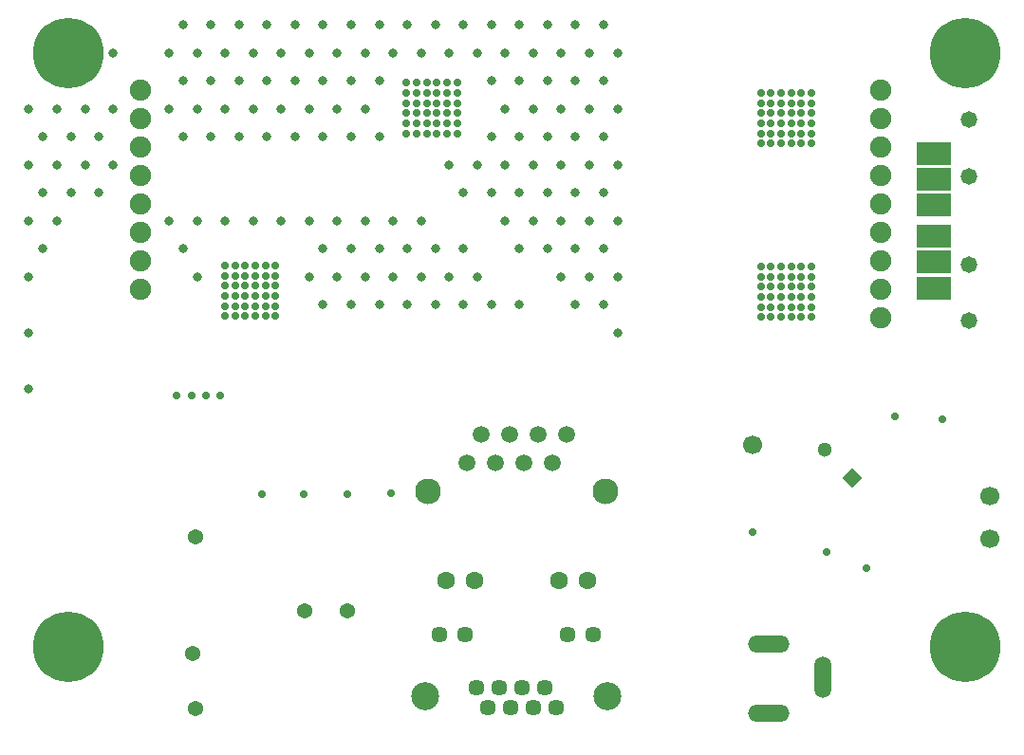
<source format=gbs>
G04*
G04 #@! TF.GenerationSoftware,Altium Limited,Altium Designer,21.9.2 (33)*
G04*
G04 Layer_Color=16711935*
%FSLAX25Y25*%
%MOIN*%
G70*
G04*
G04 #@! TF.SameCoordinates,1A6DD151-CB10-4FFE-AF26-4EE6108A4869*
G04*
G04*
G04 #@! TF.FilePolarity,Negative*
G04*
G01*
G75*
%ADD66C,0.05118*%
%ADD67P,0.07238X4X180.0*%
%ADD68C,0.00394*%
%ADD69C,0.05709*%
%ADD70C,0.09843*%
%ADD71C,0.07480*%
%ADD72C,0.05794*%
%ADD73C,0.06693*%
%ADD74C,0.05906*%
%ADD75C,0.09055*%
%ADD76C,0.06299*%
%ADD77C,0.06694*%
%ADD78O,0.14567X0.05906*%
%ADD79O,0.05906X0.14567*%
%ADD80C,0.05394*%
%ADD81C,0.03162*%
%ADD82C,0.02756*%
%ADD83C,0.02795*%
%ADD109R,0.12205X0.08268*%
%ADD110C,0.24803*%
D66*
X289223Y108415D02*
D03*
D67*
X298966Y98672D02*
D03*
D68*
X206102Y7756D02*
D03*
X156102D02*
D03*
X307087Y254035D02*
D03*
Y135728D02*
D03*
X51181D02*
D03*
Y254035D02*
D03*
X158602Y78740D02*
D03*
X203602D02*
D03*
D69*
X195158Y17756D02*
D03*
X187126D02*
D03*
X179095D02*
D03*
X171063D02*
D03*
X191142Y24764D02*
D03*
X183110D02*
D03*
X175079D02*
D03*
X167047D02*
D03*
X154095Y43701D02*
D03*
X163110D02*
D03*
X199094D02*
D03*
X208110D02*
D03*
D70*
X149094Y21772D02*
D03*
X213110D02*
D03*
D71*
X309134Y155020D02*
D03*
Y165020D02*
D03*
Y175020D02*
D03*
Y185020D02*
D03*
Y195020D02*
D03*
Y205020D02*
D03*
Y215020D02*
D03*
Y225020D02*
D03*
Y235020D02*
D03*
X49134Y165020D02*
D03*
Y175020D02*
D03*
Y185020D02*
D03*
Y195020D02*
D03*
Y205020D02*
D03*
Y215020D02*
D03*
Y225020D02*
D03*
Y235020D02*
D03*
D72*
X340158Y173622D02*
D03*
Y153937D02*
D03*
Y204724D02*
D03*
Y224410D02*
D03*
D73*
X264173Y110236D02*
D03*
D74*
X163602Y103740D02*
D03*
X198602Y113740D02*
D03*
X193602Y103740D02*
D03*
X188602Y113740D02*
D03*
X183602Y103740D02*
D03*
X178602Y113740D02*
D03*
X173602Y103740D02*
D03*
X168602Y113740D02*
D03*
D75*
X149941Y93898D02*
D03*
X212264D02*
D03*
D76*
X156201Y62598D02*
D03*
X166240D02*
D03*
X195965D02*
D03*
X206004D02*
D03*
D77*
X347441Y92146D02*
D03*
Y77146D02*
D03*
D78*
X269685Y40354D02*
D03*
Y15748D02*
D03*
D79*
X288583Y28543D02*
D03*
D80*
X68504Y17717D02*
D03*
Y77953D02*
D03*
X121653Y51968D02*
D03*
X67323Y37008D02*
D03*
X106555Y51831D02*
D03*
D81*
X216535Y248032D02*
D03*
Y228346D02*
D03*
Y208662D02*
D03*
Y188976D02*
D03*
Y169291D02*
D03*
Y149606D02*
D03*
X211614Y257874D02*
D03*
X206693Y248032D02*
D03*
X211614Y238189D02*
D03*
X206693Y228346D02*
D03*
X211614Y218504D02*
D03*
X206693Y208662D02*
D03*
X211614Y198819D02*
D03*
X206693Y188976D02*
D03*
X211614Y179134D02*
D03*
X206693Y169291D02*
D03*
X211614Y159449D02*
D03*
X201772Y257874D02*
D03*
X196850Y248032D02*
D03*
X201772Y238189D02*
D03*
X196850Y228346D02*
D03*
X201772Y218504D02*
D03*
X196850Y208662D02*
D03*
X201772Y198819D02*
D03*
X196850Y188976D02*
D03*
X201772Y179134D02*
D03*
X196850Y169291D02*
D03*
X201772Y159449D02*
D03*
X191929Y257874D02*
D03*
X187008Y248032D02*
D03*
X191929Y238189D02*
D03*
X187008Y228346D02*
D03*
X191929Y218504D02*
D03*
X187008Y208662D02*
D03*
X191929Y198819D02*
D03*
X187008Y188976D02*
D03*
X191929Y179134D02*
D03*
X182087Y257874D02*
D03*
X177165Y248032D02*
D03*
X182087Y238189D02*
D03*
X177165Y228346D02*
D03*
X182087Y218504D02*
D03*
X177165Y208662D02*
D03*
X182087Y198819D02*
D03*
X177165Y188976D02*
D03*
X182087Y179134D02*
D03*
Y159449D02*
D03*
X172244Y257874D02*
D03*
X167323Y248032D02*
D03*
X172244Y238189D02*
D03*
Y218504D02*
D03*
X167323Y208662D02*
D03*
X172244Y198819D02*
D03*
X167323Y169291D02*
D03*
X172244Y159449D02*
D03*
X162402Y257874D02*
D03*
X157480Y248032D02*
D03*
Y208662D02*
D03*
X162402Y198819D02*
D03*
Y179134D02*
D03*
X157480Y169291D02*
D03*
X162402Y159449D02*
D03*
X152559Y257874D02*
D03*
X147638Y248032D02*
D03*
Y188976D02*
D03*
X152559Y179134D02*
D03*
X147638Y169291D02*
D03*
X152559Y159449D02*
D03*
X142717Y257874D02*
D03*
X137795Y248032D02*
D03*
Y188976D02*
D03*
X142717Y179134D02*
D03*
X137795Y169291D02*
D03*
X142717Y159449D02*
D03*
X132874Y257874D02*
D03*
X127953Y248032D02*
D03*
X132874Y238189D02*
D03*
X127953Y228346D02*
D03*
X132874Y218504D02*
D03*
X127953Y188976D02*
D03*
X132874Y179134D02*
D03*
X127953Y169291D02*
D03*
X132874Y159449D02*
D03*
X123031Y257874D02*
D03*
X118110Y248032D02*
D03*
X123031Y238189D02*
D03*
X118110Y228346D02*
D03*
X123031Y218504D02*
D03*
X118110Y188976D02*
D03*
X123031Y179134D02*
D03*
X118110Y169291D02*
D03*
X123031Y159449D02*
D03*
X113189Y257874D02*
D03*
X108268Y248032D02*
D03*
X113189Y238189D02*
D03*
X108268Y228346D02*
D03*
X113189Y218504D02*
D03*
X108268Y188976D02*
D03*
X113189Y179134D02*
D03*
X108268Y169291D02*
D03*
X113189Y159449D02*
D03*
X103346Y257874D02*
D03*
X98425Y248032D02*
D03*
X103346Y238189D02*
D03*
X98425Y228346D02*
D03*
X103346Y218504D02*
D03*
X98425Y188976D02*
D03*
X93504Y257874D02*
D03*
X88583Y248032D02*
D03*
X93504Y238189D02*
D03*
X88583Y228346D02*
D03*
X93504Y218504D02*
D03*
X88583Y188976D02*
D03*
X83661Y257874D02*
D03*
X78740Y248032D02*
D03*
X83661Y238189D02*
D03*
X78740Y228346D02*
D03*
X83661Y218504D02*
D03*
X78740Y188976D02*
D03*
X73819Y257874D02*
D03*
X68898Y248032D02*
D03*
X73819Y238189D02*
D03*
X68898Y228346D02*
D03*
X73819Y218504D02*
D03*
X68898Y188976D02*
D03*
Y169291D02*
D03*
X63976Y257874D02*
D03*
X59055Y248032D02*
D03*
X63976Y238189D02*
D03*
X59055Y228346D02*
D03*
X63976Y218504D02*
D03*
X59055Y188976D02*
D03*
X63976Y179134D02*
D03*
X39370Y248032D02*
D03*
Y228346D02*
D03*
Y208662D02*
D03*
X29528Y228346D02*
D03*
X34449Y218504D02*
D03*
X29528Y208662D02*
D03*
X34449Y198819D02*
D03*
X19685Y228346D02*
D03*
X24606Y218504D02*
D03*
X19685Y208662D02*
D03*
X24606Y198819D02*
D03*
X19685Y188976D02*
D03*
X9843Y228346D02*
D03*
X14764Y218504D02*
D03*
X9843Y208662D02*
D03*
X14764Y198819D02*
D03*
X9843Y188976D02*
D03*
X14764Y179134D02*
D03*
X9843Y169291D02*
D03*
Y149606D02*
D03*
Y129921D02*
D03*
D82*
X264173Y79528D02*
D03*
X77165Y127559D02*
D03*
X72047D02*
D03*
X66929D02*
D03*
X61811D02*
D03*
X91732Y92913D02*
D03*
X137008Y93307D02*
D03*
X121653Y92913D02*
D03*
X106299D02*
D03*
X330709Y119291D02*
D03*
X303937Y66929D02*
D03*
X290158Y72441D02*
D03*
X314173Y120079D02*
D03*
D83*
X142520Y219685D02*
D03*
X146063D02*
D03*
X149606D02*
D03*
X153150D02*
D03*
X156693D02*
D03*
X160236D02*
D03*
Y223228D02*
D03*
X156693D02*
D03*
X153150D02*
D03*
X149606D02*
D03*
X146063D02*
D03*
X142520D02*
D03*
X160236Y226772D02*
D03*
X156693D02*
D03*
X153150D02*
D03*
X149606D02*
D03*
X146063D02*
D03*
X142520D02*
D03*
X160236Y230315D02*
D03*
X156693D02*
D03*
X153150D02*
D03*
X149606D02*
D03*
X146063D02*
D03*
X142520D02*
D03*
X160236Y233858D02*
D03*
X156693D02*
D03*
X153150D02*
D03*
X149606D02*
D03*
X146063D02*
D03*
X142520D02*
D03*
X160236Y237402D02*
D03*
X156693D02*
D03*
X153150D02*
D03*
X149606D02*
D03*
X146063D02*
D03*
X142520D02*
D03*
X78740Y155512D02*
D03*
X82284D02*
D03*
X85827D02*
D03*
X89370D02*
D03*
X92913D02*
D03*
X96457D02*
D03*
Y159055D02*
D03*
X92913D02*
D03*
X89370D02*
D03*
X85827D02*
D03*
X82284D02*
D03*
X78740D02*
D03*
X96457Y162599D02*
D03*
X92913D02*
D03*
X89370D02*
D03*
X85827D02*
D03*
X82284D02*
D03*
X78740D02*
D03*
X96457Y166142D02*
D03*
X92913D02*
D03*
X89370D02*
D03*
X85827D02*
D03*
X82284D02*
D03*
X78740D02*
D03*
X96457Y169685D02*
D03*
X92913D02*
D03*
X89370D02*
D03*
X85827D02*
D03*
X82284D02*
D03*
X78740D02*
D03*
X96457Y173228D02*
D03*
X92913D02*
D03*
X89370D02*
D03*
X85827D02*
D03*
X82284D02*
D03*
X78740D02*
D03*
X266929Y216142D02*
D03*
X270472D02*
D03*
X274016D02*
D03*
X277559D02*
D03*
X281102D02*
D03*
X284646D02*
D03*
Y219685D02*
D03*
X281102D02*
D03*
X277559D02*
D03*
X274016D02*
D03*
X270472D02*
D03*
X266929D02*
D03*
X284646Y223228D02*
D03*
X281102D02*
D03*
X277559D02*
D03*
X274016D02*
D03*
X270472D02*
D03*
X266929D02*
D03*
X284646Y226772D02*
D03*
X281102D02*
D03*
X277559D02*
D03*
X274016D02*
D03*
X270472D02*
D03*
X266929D02*
D03*
X284646Y230315D02*
D03*
X281102D02*
D03*
X277559D02*
D03*
X274016D02*
D03*
X270472D02*
D03*
X266929D02*
D03*
X284646Y233858D02*
D03*
X281102D02*
D03*
X277559D02*
D03*
X274016D02*
D03*
X270472D02*
D03*
X266929D02*
D03*
Y155118D02*
D03*
X270472D02*
D03*
X274016D02*
D03*
X277559D02*
D03*
X281102D02*
D03*
X284646D02*
D03*
Y158661D02*
D03*
X281102D02*
D03*
X277559D02*
D03*
X274016D02*
D03*
X270472D02*
D03*
X266929D02*
D03*
X284646Y162205D02*
D03*
X281102D02*
D03*
X277559D02*
D03*
X274016D02*
D03*
X270472D02*
D03*
X266929D02*
D03*
X284646Y165748D02*
D03*
X281102D02*
D03*
X277559D02*
D03*
X274016D02*
D03*
X270472D02*
D03*
X266929D02*
D03*
X284646Y169291D02*
D03*
X281102D02*
D03*
X277559D02*
D03*
X274016D02*
D03*
X270472D02*
D03*
X266929D02*
D03*
X284646Y172835D02*
D03*
X281102D02*
D03*
X277559D02*
D03*
X274016D02*
D03*
X270472D02*
D03*
X266929D02*
D03*
D109*
X327559Y194488D02*
D03*
Y212598D02*
D03*
Y203543D02*
D03*
Y165354D02*
D03*
Y183465D02*
D03*
Y174409D02*
D03*
D110*
X23622Y39370D02*
D03*
X338583D02*
D03*
Y248031D02*
D03*
X23622D02*
D03*
M02*

</source>
